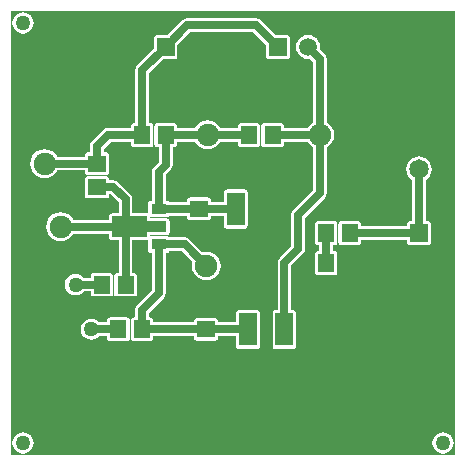
<source format=gbr>
G04 Layer_Physical_Order=1*
G04 Layer_Color=255*
%FSLAX26Y26*%
%MOIN*%
%TF.FileFunction,Copper,L1,Top,Signal*%
%TF.Part,Single*%
G01*
G75*
%TA.AperFunction,SMDPad,CuDef*%
%ADD10R,0.059055X0.055118*%
%ADD11R,0.055118X0.059055*%
%TA.AperFunction,FiducialPad,Global*%
%ADD12C,0.050000*%
%TA.AperFunction,SMDPad,CuDef*%
%ADD13C,0.075000*%
%ADD14R,0.059055X0.110236*%
%ADD15R,0.051181X0.035433*%
%TA.AperFunction,Conductor*%
%ADD16C,0.025000*%
%TA.AperFunction,ComponentPad*%
%ADD17C,0.065000*%
%ADD18C,0.250000*%
%ADD19R,0.059055X0.059055*%
%ADD20C,0.059055*%
%ADD21R,0.059055X0.059055*%
%TA.AperFunction,ViaPad*%
%ADD22C,0.050000*%
G36*
X1489805Y10195D02*
X10195D01*
Y1489805D01*
X1489805D01*
Y10195D01*
D02*
G37*
%LPC*%
G36*
X340504Y617723D02*
X285386D01*
X281484Y616947D01*
X278176Y614737D01*
X275966Y611429D01*
X275190Y607528D01*
Y600941D01*
X251584D01*
X250033Y602962D01*
X242722Y608572D01*
X234208Y612099D01*
X225071Y613302D01*
X215934Y612099D01*
X207420Y608572D01*
X200108Y602962D01*
X194498Y595651D01*
X190972Y587137D01*
X189769Y578000D01*
X190972Y568863D01*
X194498Y560349D01*
X200108Y553038D01*
X207420Y547428D01*
X215934Y543901D01*
X225071Y542698D01*
X234208Y543901D01*
X242722Y547428D01*
X250033Y553038D01*
X251584Y555059D01*
X275190D01*
Y548472D01*
X275966Y544571D01*
X278176Y541263D01*
X281484Y539053D01*
X285386Y538277D01*
X340504D01*
X344406Y539053D01*
X347713Y541263D01*
X349924Y544571D01*
X350700Y548472D01*
Y607528D01*
X349924Y611429D01*
X347713Y614737D01*
X344406Y616947D01*
X340504Y617723D01*
D02*
G37*
G36*
X1087819Y789841D02*
X1032701D01*
X1028799Y789065D01*
X1025491Y786855D01*
X1023281Y783547D01*
X1022505Y779646D01*
Y720591D01*
X1023281Y716689D01*
X1025491Y713381D01*
X1028799Y711171D01*
X1032701Y710395D01*
X1037319D01*
Y689841D01*
X1032701D01*
X1028799Y689065D01*
X1025491Y686855D01*
X1023281Y683547D01*
X1022505Y679646D01*
Y620591D01*
X1023281Y616689D01*
X1025491Y613381D01*
X1028799Y611171D01*
X1032701Y610395D01*
X1087819D01*
X1091721Y611171D01*
X1095028Y613381D01*
X1097239Y616689D01*
X1098015Y620591D01*
Y679646D01*
X1097239Y683547D01*
X1095028Y686855D01*
X1091721Y689065D01*
X1087819Y689841D01*
X1083201D01*
Y710395D01*
X1087819D01*
X1091721Y711171D01*
X1095028Y713381D01*
X1097239Y716689D01*
X1098015Y720591D01*
Y779646D01*
X1097239Y783547D01*
X1095028Y786855D01*
X1091721Y789065D01*
X1087819Y789841D01*
D02*
G37*
G36*
X395433Y468723D02*
X340315D01*
X336413Y467947D01*
X333105Y465737D01*
X330895Y462429D01*
X330119Y458527D01*
Y451941D01*
X304513D01*
X302962Y453962D01*
X295651Y459572D01*
X287137Y463099D01*
X278000Y464302D01*
X268863Y463099D01*
X260349Y459572D01*
X253038Y453962D01*
X247428Y446651D01*
X243901Y438137D01*
X242698Y429000D01*
X243901Y419863D01*
X247428Y411349D01*
X253038Y404038D01*
X260349Y398428D01*
X268863Y394901D01*
X278000Y393698D01*
X287137Y394901D01*
X295651Y398428D01*
X302962Y404038D01*
X304513Y406059D01*
X330119D01*
Y399473D01*
X330895Y395571D01*
X333105Y392263D01*
X336413Y390053D01*
X340315Y389277D01*
X395433D01*
X399335Y390053D01*
X402643Y392263D01*
X404853Y395571D01*
X405629Y399473D01*
Y458527D01*
X404853Y462429D01*
X402643Y465737D01*
X399335Y467947D01*
X395433Y468723D01*
D02*
G37*
G36*
X50000Y85302D02*
X40863Y84099D01*
X32349Y80572D01*
X25038Y74962D01*
X19428Y67651D01*
X15901Y59137D01*
X14698Y50000D01*
X15901Y40863D01*
X19428Y32349D01*
X25038Y25038D01*
X32349Y19428D01*
X40863Y15901D01*
X50000Y14698D01*
X59137Y15901D01*
X67651Y19428D01*
X74962Y25038D01*
X80572Y32349D01*
X84099Y40863D01*
X85302Y50000D01*
X84099Y59137D01*
X80572Y67651D01*
X74962Y74962D01*
X67651Y80572D01*
X59137Y84099D01*
X50000Y85302D01*
D02*
G37*
G36*
X1450000D02*
X1440863Y84099D01*
X1432349Y80572D01*
X1425038Y74962D01*
X1419428Y67651D01*
X1415901Y59137D01*
X1414698Y50000D01*
X1415901Y40863D01*
X1419428Y32349D01*
X1425038Y25038D01*
X1432349Y19428D01*
X1440863Y15901D01*
X1450000Y14698D01*
X1459137Y15901D01*
X1467651Y19428D01*
X1474962Y25038D01*
X1480572Y32349D01*
X1484099Y40863D01*
X1485302Y50000D01*
X1484099Y59137D01*
X1480572Y67651D01*
X1474962Y74962D01*
X1467651Y80572D01*
X1459137Y84099D01*
X1450000Y85302D01*
D02*
G37*
G36*
X1000000Y1409869D02*
X989681Y1408510D01*
X980066Y1404527D01*
X971809Y1398191D01*
X965473Y1389934D01*
X961490Y1380319D01*
X960131Y1370000D01*
X961490Y1359681D01*
X965473Y1350066D01*
X971809Y1341809D01*
X980066Y1335473D01*
X989681Y1331490D01*
X1000000Y1330131D01*
X1006562Y1330995D01*
X1017059Y1320498D01*
Y1118911D01*
X1016045Y1118491D01*
X1006123Y1110877D01*
X998509Y1100955D01*
X998089Y1099941D01*
X919495D01*
Y1106527D01*
X918719Y1110429D01*
X916509Y1113737D01*
X913201Y1115947D01*
X909299Y1116723D01*
X854181D01*
X850279Y1115947D01*
X846972Y1113737D01*
X844761Y1110429D01*
X843985Y1106527D01*
Y1047473D01*
X844761Y1043571D01*
X846972Y1040263D01*
X850279Y1038053D01*
X854181Y1037277D01*
X909299D01*
X913201Y1038053D01*
X916509Y1040263D01*
X918719Y1043571D01*
X919495Y1047473D01*
Y1054059D01*
X998089D01*
X998509Y1053045D01*
X1006123Y1043123D01*
X1016045Y1035509D01*
X1017059Y1035089D01*
Y892817D01*
X950778Y826537D01*
X945806Y819094D01*
X944059Y810315D01*
Y706502D01*
X905172Y667615D01*
X900199Y660173D01*
X898453Y651394D01*
Y494314D01*
X891866D01*
X887964Y493538D01*
X884657Y491328D01*
X882446Y488020D01*
X881670Y484118D01*
Y373882D01*
X882446Y369980D01*
X884657Y366672D01*
X887964Y364462D01*
X891866Y363686D01*
X950921D01*
X954823Y364462D01*
X958131Y366672D01*
X960341Y369980D01*
X961117Y373882D01*
Y484118D01*
X960341Y488020D01*
X958131Y491328D01*
X954823Y493538D01*
X950921Y494314D01*
X944335D01*
Y641891D01*
X983222Y680778D01*
X988194Y688221D01*
X989941Y697000D01*
Y800812D01*
X1056222Y867093D01*
X1061195Y874536D01*
X1062941Y883315D01*
Y1035089D01*
X1063955Y1035509D01*
X1073877Y1043123D01*
X1081491Y1053045D01*
X1086277Y1064600D01*
X1087910Y1077000D01*
X1086277Y1089400D01*
X1081491Y1100955D01*
X1073877Y1110877D01*
X1063955Y1118491D01*
X1062941Y1118911D01*
Y1330000D01*
X1061195Y1338779D01*
X1056222Y1346222D01*
X1039005Y1363438D01*
X1039869Y1370000D01*
X1038510Y1380319D01*
X1034527Y1389934D01*
X1028191Y1398191D01*
X1019934Y1404527D01*
X1010319Y1408510D01*
X1000000Y1409869D01*
D02*
G37*
G36*
X827450Y1465491D02*
X597550D01*
X588771Y1463745D01*
X581328Y1458772D01*
X532280Y1409723D01*
X495473D01*
X491571Y1408947D01*
X488263Y1406737D01*
X486053Y1403429D01*
X485277Y1399527D01*
Y1362720D01*
X430778Y1308222D01*
X425805Y1300779D01*
X424059Y1292000D01*
Y1116723D01*
X419441D01*
X415539Y1115947D01*
X412231Y1113737D01*
X410021Y1110429D01*
X409245Y1106527D01*
Y1099941D01*
X333000D01*
X324221Y1098195D01*
X316778Y1093222D01*
X279778Y1056222D01*
X274805Y1048779D01*
X273059Y1040000D01*
Y1019125D01*
X266473D01*
X262571Y1018349D01*
X259263Y1016139D01*
X257053Y1012831D01*
X256277Y1008929D01*
Y1004311D01*
X163758D01*
X163491Y1004955D01*
X155877Y1014877D01*
X145955Y1022491D01*
X134400Y1027277D01*
X122000Y1028910D01*
X109600Y1027277D01*
X98045Y1022491D01*
X88123Y1014877D01*
X80509Y1004955D01*
X75723Y993400D01*
X74090Y981000D01*
X75723Y968600D01*
X80509Y957045D01*
X88123Y947123D01*
X98045Y939509D01*
X109600Y934723D01*
X122000Y933090D01*
X134400Y934723D01*
X145955Y939509D01*
X155877Y947123D01*
X163491Y957045D01*
X164065Y958429D01*
X256277D01*
Y953811D01*
X257053Y949909D01*
X259263Y946601D01*
X262571Y944391D01*
X266473Y943615D01*
X325527D01*
X329429Y944391D01*
X332737Y946601D01*
X334947Y949909D01*
X335723Y953811D01*
Y1008929D01*
X334947Y1012831D01*
X332737Y1016139D01*
X329429Y1018349D01*
X325527Y1019125D01*
X318941D01*
Y1030498D01*
X342502Y1054059D01*
X409245D01*
Y1047473D01*
X410021Y1043571D01*
X412231Y1040263D01*
X415539Y1038053D01*
X419441Y1037277D01*
X474559D01*
X478461Y1038053D01*
X481769Y1040263D01*
X483979Y1043571D01*
X484755Y1047473D01*
Y1106527D01*
X483979Y1110429D01*
X481769Y1113737D01*
X478461Y1115947D01*
X474559Y1116723D01*
X469941D01*
Y1282498D01*
X517720Y1330277D01*
X554528D01*
X558429Y1331053D01*
X561737Y1333263D01*
X563947Y1336571D01*
X564723Y1340473D01*
Y1377280D01*
X607052Y1419609D01*
X817948D01*
X860277Y1377280D01*
Y1340473D01*
X861053Y1336571D01*
X863263Y1333263D01*
X866571Y1331053D01*
X870472Y1330277D01*
X929528D01*
X933429Y1331053D01*
X936737Y1333263D01*
X938947Y1336571D01*
X939723Y1340473D01*
Y1399527D01*
X938947Y1403429D01*
X936737Y1406737D01*
X933429Y1408947D01*
X929528Y1409723D01*
X892720D01*
X843672Y1458772D01*
X836229Y1463745D01*
X827450Y1465491D01*
D02*
G37*
G36*
X665000Y1124910D02*
X652600Y1123277D01*
X641045Y1118491D01*
X631123Y1110877D01*
X623509Y1100955D01*
X623089Y1099941D01*
X563495D01*
Y1106527D01*
X562719Y1110429D01*
X560509Y1113737D01*
X557201Y1115947D01*
X553299Y1116723D01*
X498181D01*
X494279Y1115947D01*
X490972Y1113737D01*
X488761Y1110429D01*
X487985Y1106527D01*
Y1047473D01*
X488761Y1043571D01*
X490972Y1040263D01*
X494279Y1038053D01*
X498181Y1037277D01*
X502799D01*
Y987243D01*
X486298Y970741D01*
X481325Y963299D01*
X479579Y954520D01*
Y857968D01*
X476929D01*
X473027Y857192D01*
X469720Y854981D01*
X467509Y851673D01*
X466733Y847772D01*
Y814813D01*
X464331Y815291D01*
X414626D01*
Y862315D01*
X412880Y871094D01*
X407907Y878537D01*
X367592Y918851D01*
X360149Y923824D01*
X351370Y925571D01*
X335723D01*
Y930189D01*
X334947Y934091D01*
X332737Y937399D01*
X329429Y939609D01*
X325527Y940385D01*
X266473D01*
X262571Y939609D01*
X259263Y937399D01*
X257053Y934091D01*
X256277Y930189D01*
Y875071D01*
X257053Y871169D01*
X259263Y867861D01*
X262571Y865651D01*
X266473Y864875D01*
X325527D01*
X329429Y865651D01*
X332737Y867861D01*
X334947Y871169D01*
X335723Y875071D01*
Y879689D01*
X341868D01*
X368744Y852813D01*
Y815291D01*
X347008D01*
X343106Y814514D01*
X339798Y812304D01*
X337588Y808996D01*
X336812Y805095D01*
Y793941D01*
X216911D01*
X216491Y794955D01*
X208877Y804877D01*
X198955Y812491D01*
X187400Y817277D01*
X175000Y818910D01*
X162600Y817277D01*
X151045Y812491D01*
X141123Y804877D01*
X133509Y794955D01*
X128723Y783400D01*
X127090Y771000D01*
X128723Y758600D01*
X133509Y747045D01*
X141123Y737123D01*
X151045Y729509D01*
X162600Y724723D01*
X175000Y723090D01*
X187400Y724723D01*
X198955Y729509D01*
X208877Y737123D01*
X216491Y747045D01*
X216911Y748059D01*
X336812D01*
Y736906D01*
X337588Y733004D01*
X339798Y729696D01*
X343106Y727486D01*
X347008Y726710D01*
X368744D01*
Y617723D01*
X364126D01*
X360224Y616947D01*
X356916Y614737D01*
X354706Y611429D01*
X353930Y607528D01*
Y548472D01*
X354706Y544571D01*
X356916Y541263D01*
X360224Y539053D01*
X364126Y538277D01*
X419244D01*
X423146Y539053D01*
X426454Y541263D01*
X428664Y544571D01*
X429440Y548472D01*
Y607528D01*
X428664Y611429D01*
X426454Y614737D01*
X423146Y616947D01*
X419244Y617723D01*
X414626D01*
Y726710D01*
X464331D01*
X466733Y727188D01*
Y694229D01*
X467509Y690327D01*
X469720Y687019D01*
X473027Y684809D01*
X476929Y684033D01*
X479579D01*
Y559022D01*
X430393Y509836D01*
X425420Y502393D01*
X423673Y493614D01*
Y468723D01*
X419055D01*
X415153Y467947D01*
X411846Y465737D01*
X409635Y462429D01*
X408859Y458527D01*
Y399473D01*
X409635Y395571D01*
X411846Y392263D01*
X415153Y390053D01*
X419055Y389277D01*
X474173D01*
X478075Y390053D01*
X481383Y392263D01*
X483593Y395571D01*
X484369Y399473D01*
Y406059D01*
X619647D01*
Y401441D01*
X620423Y397539D01*
X622633Y394231D01*
X625941Y392021D01*
X629843Y391245D01*
X688898D01*
X692799Y392021D01*
X696107Y394231D01*
X698317Y397539D01*
X699093Y401441D01*
Y406059D01*
X759623D01*
Y373882D01*
X760399Y369980D01*
X762609Y366672D01*
X765917Y364462D01*
X769819Y363686D01*
X828874D01*
X832776Y364462D01*
X836084Y366672D01*
X838294Y369980D01*
X839070Y373882D01*
Y484118D01*
X838294Y488020D01*
X836084Y491328D01*
X832776Y493538D01*
X828874Y494314D01*
X769819D01*
X765917Y493538D01*
X762609Y491328D01*
X760399Y488020D01*
X759623Y484118D01*
Y451941D01*
X699093D01*
Y456559D01*
X698317Y460461D01*
X696107Y463769D01*
X692799Y465979D01*
X688898Y466755D01*
X629843D01*
X625941Y465979D01*
X622633Y463769D01*
X620423Y460461D01*
X619647Y456559D01*
Y451941D01*
X484369D01*
Y458527D01*
X483593Y462429D01*
X481383Y465737D01*
X478075Y467947D01*
X474173Y468723D01*
X469555D01*
Y484112D01*
X518741Y533298D01*
X523714Y540741D01*
X525461Y549520D01*
Y684033D01*
X528110D01*
X532012Y684809D01*
X535320Y687019D01*
X536646Y689004D01*
X579553D01*
X615143Y653414D01*
X614723Y652400D01*
X613090Y640000D01*
X614723Y627600D01*
X619509Y616045D01*
X627123Y606123D01*
X637045Y598509D01*
X648600Y593723D01*
X661000Y592090D01*
X673400Y593723D01*
X684955Y598509D01*
X694877Y606123D01*
X702491Y616045D01*
X707277Y627600D01*
X708910Y640000D01*
X707277Y652400D01*
X702491Y663955D01*
X694877Y673877D01*
X684955Y681491D01*
X673400Y686277D01*
X661000Y687910D01*
X648600Y686277D01*
X647586Y685857D01*
X605277Y728167D01*
X597834Y733139D01*
X589055Y734886D01*
X536646D01*
X535320Y736871D01*
X532012Y739081D01*
X528110Y739857D01*
X476929D01*
X474527Y739380D01*
Y743088D01*
X476652D01*
X476929Y743033D01*
X528110D01*
X532012Y743809D01*
X535320Y746019D01*
X537530Y749327D01*
X538306Y753229D01*
Y753283D01*
X538306Y753284D01*
Y788717D01*
X537530Y792619D01*
X535320Y795926D01*
X532012Y798136D01*
X528110Y798913D01*
X474527D01*
Y802621D01*
X476929Y802143D01*
X528110D01*
X532012Y802919D01*
X535320Y805129D01*
X536646Y807114D01*
X596647D01*
Y803016D01*
X597423Y799114D01*
X599633Y795806D01*
X602941Y793596D01*
X606843Y792820D01*
X665898D01*
X669799Y793596D01*
X673107Y795806D01*
X675317Y799114D01*
X676093Y803016D01*
Y807634D01*
X719253D01*
Y774882D01*
X720029Y770980D01*
X722239Y767672D01*
X725547Y765462D01*
X729449Y764686D01*
X788504D01*
X792406Y765462D01*
X795713Y767672D01*
X797924Y770980D01*
X798700Y774882D01*
Y885118D01*
X797924Y889020D01*
X795713Y892328D01*
X792406Y894538D01*
X788504Y895314D01*
X729449D01*
X725547Y894538D01*
X722239Y892328D01*
X720029Y889020D01*
X719253Y885118D01*
Y853516D01*
X676093D01*
Y858134D01*
X675317Y862036D01*
X673107Y865343D01*
X669799Y867554D01*
X665898Y868330D01*
X606843D01*
X602941Y867554D01*
X599633Y865343D01*
X597423Y862036D01*
X596647Y858134D01*
Y852996D01*
X536646D01*
X535320Y854981D01*
X532012Y857192D01*
X528110Y857968D01*
X525461D01*
Y945017D01*
X541962Y961519D01*
X546935Y968961D01*
X548681Y977740D01*
Y1037277D01*
X553299D01*
X557201Y1038053D01*
X560509Y1040263D01*
X562719Y1043571D01*
X563495Y1047473D01*
Y1054059D01*
X623089D01*
X623509Y1053045D01*
X631123Y1043123D01*
X641045Y1035509D01*
X652600Y1030723D01*
X665000Y1029090D01*
X677400Y1030723D01*
X688955Y1035509D01*
X698877Y1043123D01*
X706491Y1053045D01*
X706911Y1054059D01*
X765245D01*
Y1047473D01*
X766021Y1043571D01*
X768231Y1040263D01*
X771539Y1038053D01*
X775441Y1037277D01*
X830559D01*
X834461Y1038053D01*
X837769Y1040263D01*
X839979Y1043571D01*
X840755Y1047473D01*
Y1106527D01*
X839979Y1110429D01*
X837769Y1113737D01*
X834461Y1115947D01*
X830559Y1116723D01*
X775441D01*
X771539Y1115947D01*
X768231Y1113737D01*
X766021Y1110429D01*
X765245Y1106527D01*
Y1099941D01*
X706911D01*
X706491Y1100955D01*
X698877Y1110877D01*
X688955Y1118491D01*
X677400Y1123277D01*
X665000Y1124910D01*
D02*
G37*
G36*
X50000Y1485302D02*
X40863Y1484099D01*
X32349Y1480572D01*
X25038Y1474962D01*
X19428Y1467651D01*
X15901Y1459137D01*
X14698Y1450000D01*
X15901Y1440863D01*
X19428Y1432349D01*
X25038Y1425038D01*
X32349Y1419428D01*
X40863Y1415901D01*
X50000Y1414698D01*
X59137Y1415901D01*
X67651Y1419428D01*
X74962Y1425038D01*
X80572Y1432349D01*
X84099Y1440863D01*
X85302Y1450000D01*
X84099Y1459137D01*
X80572Y1467651D01*
X74962Y1474962D01*
X67651Y1480572D01*
X59137Y1484099D01*
X50000Y1485302D01*
D02*
G37*
G36*
X1370000Y1005187D02*
X1358905Y1003726D01*
X1348567Y999444D01*
X1339689Y992631D01*
X1332876Y983753D01*
X1328594Y973415D01*
X1327133Y962320D01*
X1328594Y951225D01*
X1332876Y940887D01*
X1339689Y932009D01*
X1347059Y926353D01*
Y789723D01*
X1340473D01*
X1336571Y788947D01*
X1333263Y786737D01*
X1331053Y783429D01*
X1330277Y779528D01*
Y772941D01*
X1176755D01*
Y779646D01*
X1175979Y783547D01*
X1173769Y786855D01*
X1170461Y789065D01*
X1166559Y789841D01*
X1111441D01*
X1107539Y789065D01*
X1104231Y786855D01*
X1102021Y783547D01*
X1101245Y779646D01*
Y720591D01*
X1102021Y716689D01*
X1104231Y713381D01*
X1107539Y711171D01*
X1111441Y710395D01*
X1166559D01*
X1170461Y711171D01*
X1173769Y713381D01*
X1175979Y716689D01*
X1176755Y720591D01*
Y727059D01*
X1330277D01*
Y720472D01*
X1331053Y716571D01*
X1333263Y713263D01*
X1336571Y711053D01*
X1340473Y710277D01*
X1399527D01*
X1403429Y711053D01*
X1406737Y713263D01*
X1408947Y716571D01*
X1409723Y720472D01*
Y779528D01*
X1408947Y783429D01*
X1406737Y786737D01*
X1403429Y788947D01*
X1399527Y789723D01*
X1392941D01*
Y926353D01*
X1400311Y932009D01*
X1407124Y940887D01*
X1411406Y951225D01*
X1412867Y962320D01*
X1411406Y973415D01*
X1407124Y983753D01*
X1400311Y992631D01*
X1391433Y999444D01*
X1381095Y1003726D01*
X1370000Y1005187D01*
D02*
G37*
%LPD*%
G36*
X464331Y788717D02*
X528110D01*
Y753284D01*
X464331D01*
Y736906D01*
X347008D01*
Y805095D01*
X464331D01*
Y788717D01*
D02*
G37*
D10*
X296000Y981370D02*
D03*
Y902630D02*
D03*
X659370Y429000D02*
D03*
Y350260D02*
D03*
X636370Y830575D02*
D03*
Y909315D02*
D03*
D11*
X447000Y1077000D02*
D03*
X525740D02*
D03*
X803000D02*
D03*
X881740D02*
D03*
X1139000Y650118D02*
D03*
X1060260D02*
D03*
X367874Y429000D02*
D03*
X446614D02*
D03*
X312945Y578000D02*
D03*
X391685D02*
D03*
X1139000Y750118D02*
D03*
X1060260D02*
D03*
D12*
X50000Y1450000D02*
D03*
Y50000D02*
D03*
X1450000D02*
D03*
D13*
X122000Y981000D02*
D03*
X1040000Y1077000D02*
D03*
X661000Y640000D02*
D03*
X665000Y1077000D02*
D03*
X175000Y771000D02*
D03*
D14*
X921394Y429000D02*
D03*
X799346D02*
D03*
X881024Y830000D02*
D03*
X758976D02*
D03*
D15*
X502520Y770945D02*
D03*
Y830055D02*
D03*
Y711945D02*
D03*
D16*
X1040000Y1077000D02*
Y1330000D01*
X447000Y1077000D02*
Y1292000D01*
X921394Y429000D02*
Y651394D01*
X967000Y697000D01*
Y810315D01*
X1040000Y883315D01*
Y1077000D01*
X333000D02*
X447000D01*
X296000Y1040000D02*
X333000Y1077000D01*
X296000Y981370D02*
Y1040000D01*
X391685Y771000D02*
Y862315D01*
X351370Y902630D02*
X391685Y862315D01*
X296000Y902630D02*
X351370D01*
X175000Y771000D02*
X391685D01*
Y578000D02*
Y771000D01*
X122000Y981000D02*
X122370Y981370D01*
X296000D01*
X665000Y1077000D02*
X803000D01*
X525740D02*
X665000D01*
X881740D02*
X1040000D01*
X803000D02*
X803630Y1076370D01*
X446614Y429000D02*
X659370D01*
X1370000Y750000D02*
Y962320D01*
X1060260Y650118D02*
Y750118D01*
X225071Y578000D02*
X312945D01*
X1000000Y1370000D02*
X1040000Y1330000D01*
X447000Y1292000D02*
X525000Y1370000D01*
X597550Y1442550D01*
X827450D01*
X900000Y1370000D01*
X502465Y771000D02*
X502520Y770945D01*
X636370Y830575D02*
X758402D01*
X758976Y830000D01*
X283800Y429000D02*
X367874D01*
X281000Y431800D02*
X283800Y429000D01*
X659370D02*
X799346D01*
X799346Y429000D01*
X1139118Y750000D02*
X1370000D01*
X525740Y977740D02*
Y1077000D01*
X502520Y954520D02*
X525740Y977740D01*
X502520Y830055D02*
Y954520D01*
Y830055D02*
X635851D01*
X636370Y830575D01*
X502520Y549520D02*
Y711945D01*
X446614Y493614D02*
X502520Y549520D01*
X446614Y429000D02*
Y493614D01*
X391685Y771000D02*
X502465D01*
X502520Y711945D02*
X589055D01*
X661000Y640000D01*
D17*
X740000Y225000D02*
D03*
X1370000Y962320D02*
D03*
D18*
X225000Y1275000D02*
D03*
X1275000D02*
D03*
X225000Y225000D02*
D03*
X1275000D02*
D03*
D19*
X900000Y1370000D02*
D03*
X525000D02*
D03*
D20*
X1000000D02*
D03*
X1370000Y650000D02*
D03*
X625000Y1370000D02*
D03*
D21*
X1370000Y750000D02*
D03*
D22*
X225071Y578000D02*
D03*
X278000Y429000D02*
D03*
%TF.MD5,0979a7e1197c9ad183b59f7f6dffb833*%
M02*

</source>
